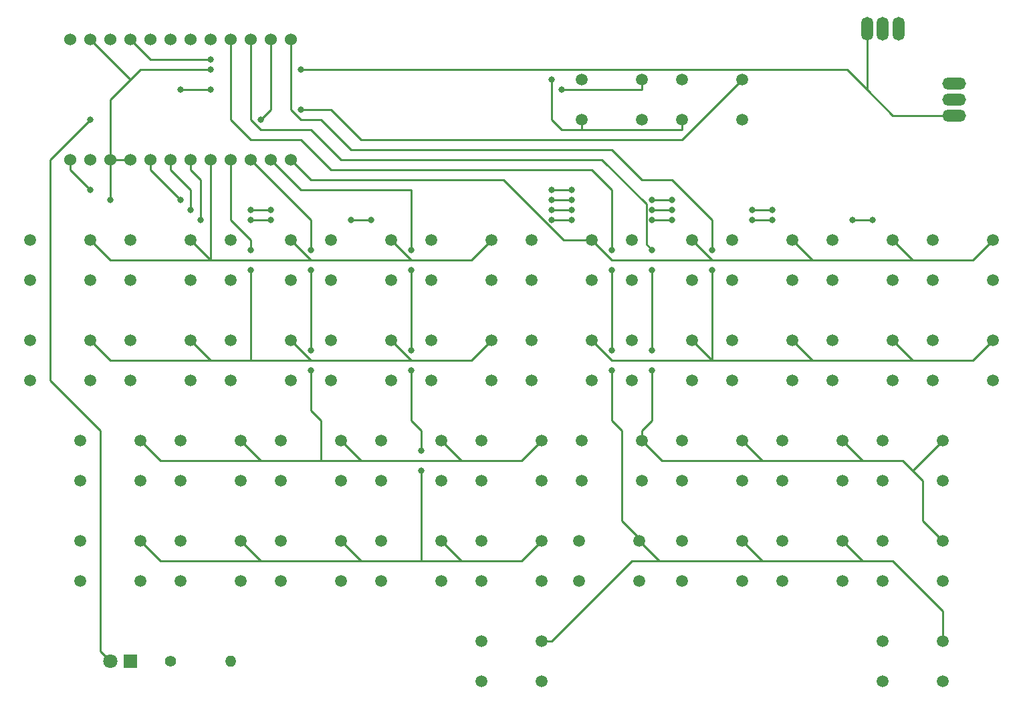
<source format=gbr>
%TF.GenerationSoftware,KiCad,Pcbnew,(6.0.1)*%
%TF.CreationDate,2022-06-29T12:54:24+01:00*%
%TF.ProjectId,Keyboard_mouse,4b657962-6f61-4726-945f-6d6f7573652e,rev?*%
%TF.SameCoordinates,Original*%
%TF.FileFunction,Copper,L2,Bot*%
%TF.FilePolarity,Positive*%
%FSLAX46Y46*%
G04 Gerber Fmt 4.6, Leading zero omitted, Abs format (unit mm)*
G04 Created by KiCad (PCBNEW (6.0.1)) date 2022-06-29 12:54:24*
%MOMM*%
%LPD*%
G01*
G04 APERTURE LIST*
%TA.AperFunction,ComponentPad*%
%ADD10R,1.800000X1.800000*%
%TD*%
%TA.AperFunction,ComponentPad*%
%ADD11C,1.800000*%
%TD*%
%TA.AperFunction,ComponentPad*%
%ADD12C,1.400000*%
%TD*%
%TA.AperFunction,ComponentPad*%
%ADD13O,1.400000X1.400000*%
%TD*%
%TA.AperFunction,ComponentPad*%
%ADD14C,1.500000*%
%TD*%
%TA.AperFunction,ComponentPad*%
%ADD15C,1.524000*%
%TD*%
%TA.AperFunction,ComponentPad*%
%ADD16O,1.500000X3.000000*%
%TD*%
%TA.AperFunction,ComponentPad*%
%ADD17O,3.000000X1.500000*%
%TD*%
%TA.AperFunction,ViaPad*%
%ADD18C,0.800000*%
%TD*%
%TA.AperFunction,Conductor*%
%ADD19C,0.254000*%
%TD*%
G04 APERTURE END LIST*
D10*
%TO.P,D1,1,K*%
%TO.N,Net-(D1-Pad1)*%
X87630000Y-137160000D03*
D11*
%TO.P,D1,2,A*%
%TO.N,/16*%
X85090000Y-137160000D03*
%TD*%
D12*
%TO.P,R1,1*%
%TO.N,Net-(D1-Pad1)*%
X92710000Y-137160000D03*
D13*
%TO.P,R1,2*%
%TO.N,GND*%
X100330000Y-137160000D03*
%TD*%
D14*
%TO.P,SW26,1,1*%
%TO.N,/1*%
X151130000Y-88900000D03*
%TO.P,SW26,2,2*%
%TO.N,/9*%
X158750000Y-83820000D03*
%TO.P,SW26,3,3*%
%TO.N,unconnected-(SW26-Pad3)*%
X158750000Y-88900000D03*
%TO.P,SW26,4,4*%
%TO.N,unconnected-(SW26-Pad4)*%
X151130000Y-83820000D03*
%TD*%
%TO.P,SW22,1,1*%
%TO.N,/0*%
X138430000Y-88900000D03*
%TO.P,SW22,2,2*%
%TO.N,/9*%
X146050000Y-83820000D03*
%TO.P,SW22,3,3*%
%TO.N,unconnected-(SW22-Pad3)*%
X146050000Y-88900000D03*
%TO.P,SW22,4,4*%
%TO.N,unconnected-(SW22-Pad4)*%
X138430000Y-83820000D03*
%TD*%
%TO.P,SW23,1,1*%
%TO.N,/0*%
X138430000Y-101600000D03*
%TO.P,SW23,2,2*%
%TO.N,/10*%
X146050000Y-96520000D03*
%TO.P,SW23,3,3*%
%TO.N,unconnected-(SW23-Pad3)*%
X146050000Y-101600000D03*
%TO.P,SW23,4,4*%
%TO.N,unconnected-(SW23-Pad4)*%
X138430000Y-96520000D03*
%TD*%
%TO.P,SW3,1,1*%
%TO.N,/0*%
X81280000Y-114300000D03*
%TO.P,SW3,2,2*%
%TO.N,/7*%
X88900000Y-109220000D03*
%TO.P,SW3,3,3*%
%TO.N,unconnected-(SW3-Pad3)*%
X88900000Y-114300000D03*
%TO.P,SW3,4,4*%
%TO.N,unconnected-(SW3-Pad4)*%
X81280000Y-109220000D03*
%TD*%
%TO.P,SW42,1,1*%
%TO.N,VCC*%
X157480000Y-68580000D03*
%TO.P,SW42,2,2*%
%TO.N,/RIGHT*%
X165100000Y-63500000D03*
%TO.P,SW42,3,3*%
%TO.N,unconnected-(SW42-Pad3)*%
X165100000Y-68580000D03*
%TO.P,SW42,4,4*%
%TO.N,unconnected-(SW42-Pad4)*%
X157480000Y-63500000D03*
%TD*%
%TO.P,SW27,1,1*%
%TO.N,/1*%
X151130000Y-101600000D03*
%TO.P,SW27,2,2*%
%TO.N,/10*%
X158750000Y-96520000D03*
%TO.P,SW27,3,3*%
%TO.N,unconnected-(SW27-Pad3)*%
X158750000Y-101600000D03*
%TO.P,SW27,4,4*%
%TO.N,unconnected-(SW27-Pad4)*%
X151130000Y-96520000D03*
%TD*%
%TO.P,SW39,1,1*%
%TO.N,/4*%
X189230000Y-88900000D03*
%TO.P,SW39,2,2*%
%TO.N,/9*%
X196850000Y-83820000D03*
%TO.P,SW39,3,3*%
%TO.N,unconnected-(SW39-Pad3)*%
X196850000Y-88900000D03*
%TO.P,SW39,4,4*%
%TO.N,unconnected-(SW39-Pad4)*%
X189230000Y-83820000D03*
%TD*%
%TO.P,SW13,1,1*%
%TO.N,/3*%
X113030000Y-88900000D03*
%TO.P,SW13,2,2*%
%TO.N,/5*%
X120650000Y-83820000D03*
%TO.P,SW13,3,3*%
%TO.N,unconnected-(SW13-Pad3)*%
X120650000Y-88900000D03*
%TO.P,SW13,4,4*%
%TO.N,unconnected-(SW13-Pad4)*%
X113030000Y-83820000D03*
%TD*%
%TO.P,SW10,1,1*%
%TO.N,/2*%
X100330000Y-101600000D03*
%TO.P,SW10,2,2*%
%TO.N,/6*%
X107950000Y-96520000D03*
%TO.P,SW10,3,3*%
%TO.N,unconnected-(SW10-Pad3)*%
X107950000Y-101600000D03*
%TO.P,SW10,4,4*%
%TO.N,unconnected-(SW10-Pad4)*%
X100330000Y-96520000D03*
%TD*%
%TO.P,SW6,1,1*%
%TO.N,/1*%
X87630000Y-101600000D03*
%TO.P,SW6,2,2*%
%TO.N,/6*%
X95250000Y-96520000D03*
%TO.P,SW6,3,3*%
%TO.N,unconnected-(SW6-Pad3)*%
X95250000Y-101600000D03*
%TO.P,SW6,4,4*%
%TO.N,unconnected-(SW6-Pad4)*%
X87630000Y-96520000D03*
%TD*%
%TO.P,SW32,1,1*%
%TO.N,/2*%
X170180000Y-114300000D03*
%TO.P,SW32,2,2*%
%TO.N,/14*%
X177800000Y-109220000D03*
%TO.P,SW32,3,3*%
%TO.N,unconnected-(SW32-Pad3)*%
X177800000Y-114300000D03*
%TO.P,SW32,4,4*%
%TO.N,unconnected-(SW32-Pad4)*%
X170180000Y-109220000D03*
%TD*%
%TO.P,SW24,1,1*%
%TO.N,/0*%
X144780000Y-114300000D03*
%TO.P,SW24,2,2*%
%TO.N,/14*%
X152400000Y-109220000D03*
%TO.P,SW24,3,3*%
%TO.N,unconnected-(SW24-Pad3)*%
X152400000Y-114300000D03*
%TO.P,SW24,4,4*%
%TO.N,unconnected-(SW24-Pad4)*%
X144780000Y-109220000D03*
%TD*%
%TO.P,SW15,1,1*%
%TO.N,/3*%
X119380000Y-114300000D03*
%TO.P,SW15,2,2*%
%TO.N,/7*%
X127000000Y-109220000D03*
%TO.P,SW15,3,3*%
%TO.N,unconnected-(SW15-Pad3)*%
X127000000Y-114300000D03*
%TO.P,SW15,4,4*%
%TO.N,unconnected-(SW15-Pad4)*%
X119380000Y-109220000D03*
%TD*%
%TO.P,SW4,1,1*%
%TO.N,/0*%
X81280000Y-127000000D03*
%TO.P,SW4,2,2*%
%TO.N,/8*%
X88900000Y-121920000D03*
%TO.P,SW4,3,3*%
%TO.N,unconnected-(SW4-Pad3)*%
X88900000Y-127000000D03*
%TO.P,SW4,4,4*%
%TO.N,unconnected-(SW4-Pad4)*%
X81280000Y-121920000D03*
%TD*%
%TO.P,SW16,1,1*%
%TO.N,/3*%
X119380000Y-127000000D03*
%TO.P,SW16,2,2*%
%TO.N,/8*%
X127000000Y-121920000D03*
%TO.P,SW16,3,3*%
%TO.N,unconnected-(SW16-Pad3)*%
X127000000Y-127000000D03*
%TO.P,SW16,4,4*%
%TO.N,unconnected-(SW16-Pad4)*%
X119380000Y-121920000D03*
%TD*%
%TO.P,SW41,1,1*%
%TO.N,VCC*%
X144780000Y-68580000D03*
%TO.P,SW41,2,2*%
%TO.N,/LEFT*%
X152400000Y-63500000D03*
%TO.P,SW41,3,3*%
%TO.N,unconnected-(SW41-Pad3)*%
X152400000Y-68580000D03*
%TO.P,SW41,4,4*%
%TO.N,unconnected-(SW41-Pad4)*%
X144780000Y-63500000D03*
%TD*%
%TO.P,SW28,1,1*%
%TO.N,/1*%
X157480000Y-114300000D03*
%TO.P,SW28,2,2*%
%TO.N,/14*%
X165100000Y-109220000D03*
%TO.P,SW28,3,3*%
%TO.N,unconnected-(SW28-Pad3)*%
X165100000Y-114300000D03*
%TO.P,SW28,4,4*%
%TO.N,unconnected-(SW28-Pad4)*%
X157480000Y-109220000D03*
%TD*%
D15*
%TO.P,A1,0,RX1*%
%TO.N,/0*%
X82550000Y-73660000D03*
%TO.P,A1,1,TX0*%
%TO.N,/1*%
X80010000Y-73660000D03*
%TO.P,A1,2,2*%
%TO.N,/2*%
X90170000Y-73660000D03*
%TO.P,A1,3,3*%
%TO.N,/3*%
X92710000Y-73660000D03*
%TO.P,A1,4,4*%
%TO.N,/4*%
X95250000Y-73660000D03*
%TO.P,A1,5,5*%
%TO.N,/5*%
X97790000Y-73660000D03*
%TO.P,A1,6,6*%
%TO.N,/6*%
X100330000Y-73660000D03*
%TO.P,A1,7,7*%
%TO.N,/7*%
X102870000Y-73660000D03*
%TO.P,A1,8,8*%
%TO.N,/8*%
X105410000Y-73660000D03*
%TO.P,A1,9,9*%
%TO.N,/9*%
X107950000Y-73660000D03*
%TO.P,A1,10,10*%
%TO.N,/10*%
X107950000Y-58420000D03*
%TO.P,A1,11,GND*%
%TO.N,GND*%
X85090000Y-73660000D03*
%TO.P,A1,12,GND*%
X87630000Y-73660000D03*
%TO.P,A1,14,14*%
%TO.N,/14*%
X102870000Y-58420000D03*
%TO.P,A1,15,15*%
%TO.N,/15*%
X100330000Y-58420000D03*
%TO.P,A1,16,16*%
%TO.N,/16*%
X105410000Y-58420000D03*
%TO.P,A1,18,A0*%
%TO.N,/X*%
X97790000Y-58420000D03*
%TO.P,A1,19,A1*%
%TO.N,/Y*%
X95250000Y-58420000D03*
%TO.P,A1,20,A2*%
%TO.N,/LEFT*%
X92710000Y-58420000D03*
%TO.P,A1,21,A3*%
%TO.N,/RIGHT*%
X90170000Y-58420000D03*
%TO.P,A1,22,VCC*%
%TO.N,VCC*%
X87630000Y-58420000D03*
%TO.P,A1,23,RST*%
%TO.N,unconnected-(A1-Pad23)*%
X85090000Y-58420000D03*
%TO.P,A1,24,GND*%
%TO.N,GND*%
X82550000Y-58420000D03*
%TO.P,A1,25,RAW*%
%TO.N,unconnected-(A1-Pad25)*%
X80010000Y-58420000D03*
%TD*%
D14*
%TO.P,SW14,1,1*%
%TO.N,/3*%
X113030000Y-101600000D03*
%TO.P,SW14,2,2*%
%TO.N,/6*%
X120650000Y-96520000D03*
%TO.P,SW14,3,3*%
%TO.N,unconnected-(SW14-Pad3)*%
X120650000Y-101600000D03*
%TO.P,SW14,4,4*%
%TO.N,unconnected-(SW14-Pad4)*%
X113030000Y-96520000D03*
%TD*%
%TO.P,SW12,1,1*%
%TO.N,/2*%
X106680000Y-127000000D03*
%TO.P,SW12,2,2*%
%TO.N,/8*%
X114300000Y-121920000D03*
%TO.P,SW12,3,3*%
%TO.N,unconnected-(SW12-Pad3)*%
X114300000Y-127000000D03*
%TO.P,SW12,4,4*%
%TO.N,unconnected-(SW12-Pad4)*%
X106680000Y-121920000D03*
%TD*%
%TO.P,SW40,1,1*%
%TO.N,/4*%
X189230000Y-101600000D03*
%TO.P,SW40,2,2*%
%TO.N,/10*%
X196850000Y-96520000D03*
%TO.P,SW40,3,3*%
%TO.N,unconnected-(SW40-Pad3)*%
X196850000Y-101600000D03*
%TO.P,SW40,4,4*%
%TO.N,unconnected-(SW40-Pad4)*%
X189230000Y-96520000D03*
%TD*%
D16*
%TO.P,VR1,1,GND*%
%TO.N,GND*%
X180880000Y-57040000D03*
%TO.P,VR1,2,X*%
%TO.N,/X*%
X182880000Y-57040000D03*
%TO.P,VR1,3,VCC*%
%TO.N,VCC*%
X184880000Y-57040000D03*
D17*
%TO.P,VR1,4,VCC*%
X191880000Y-64040000D03*
%TO.P,VR1,5,Y*%
%TO.N,/Y*%
X191880000Y-66040000D03*
%TO.P,VR1,6,GND*%
%TO.N,GND*%
X191880000Y-68040000D03*
%TD*%
D14*
%TO.P,SW31,1,1*%
%TO.N,/2*%
X163830000Y-101600000D03*
%TO.P,SW31,2,2*%
%TO.N,/10*%
X171450000Y-96520000D03*
%TO.P,SW31,3,3*%
%TO.N,unconnected-(SW31-Pad3)*%
X171450000Y-101600000D03*
%TO.P,SW31,4,4*%
%TO.N,unconnected-(SW31-Pad4)*%
X163830000Y-96520000D03*
%TD*%
%TO.P,SW9,1,1*%
%TO.N,/2*%
X100330000Y-88900000D03*
%TO.P,SW9,2,2*%
%TO.N,/5*%
X107950000Y-83820000D03*
%TO.P,SW9,3,3*%
%TO.N,unconnected-(SW9-Pad3)*%
X107950000Y-88900000D03*
%TO.P,SW9,4,4*%
%TO.N,unconnected-(SW9-Pad4)*%
X100330000Y-83820000D03*
%TD*%
%TO.P,SW38,1,1*%
%TO.N,/4*%
X182880000Y-139700000D03*
%TO.P,SW38,2,2*%
%TO.N,/15*%
X190500000Y-134620000D03*
%TO.P,SW38,3,3*%
%TO.N,unconnected-(SW38-Pad3)*%
X190500000Y-139700000D03*
%TO.P,SW38,4,4*%
%TO.N,unconnected-(SW38-Pad4)*%
X182880000Y-134620000D03*
%TD*%
%TO.P,SW36,1,1*%
%TO.N,/3*%
X182880000Y-114300000D03*
%TO.P,SW36,2,2*%
%TO.N,/14*%
X190500000Y-109220000D03*
%TO.P,SW36,3,3*%
%TO.N,unconnected-(SW36-Pad3)*%
X190500000Y-114300000D03*
%TO.P,SW36,4,4*%
%TO.N,unconnected-(SW36-Pad4)*%
X182880000Y-109220000D03*
%TD*%
%TO.P,SW17,1,1*%
%TO.N,/4*%
X125730000Y-88900000D03*
%TO.P,SW17,2,2*%
%TO.N,/5*%
X133350000Y-83820000D03*
%TO.P,SW17,3,3*%
%TO.N,unconnected-(SW17-Pad3)*%
X133350000Y-88900000D03*
%TO.P,SW17,4,4*%
%TO.N,unconnected-(SW17-Pad4)*%
X125730000Y-83820000D03*
%TD*%
%TO.P,SW8,1,1*%
%TO.N,/1*%
X93980000Y-127000000D03*
%TO.P,SW8,2,2*%
%TO.N,/8*%
X101600000Y-121920000D03*
%TO.P,SW8,3,3*%
%TO.N,unconnected-(SW8-Pad3)*%
X101600000Y-127000000D03*
%TO.P,SW8,4,4*%
%TO.N,unconnected-(SW8-Pad4)*%
X93980000Y-121920000D03*
%TD*%
%TO.P,SW20,1,1*%
%TO.N,/4*%
X132080000Y-127000000D03*
%TO.P,SW20,2,2*%
%TO.N,/8*%
X139700000Y-121920000D03*
%TO.P,SW20,3,3*%
%TO.N,unconnected-(SW20-Pad3)*%
X139700000Y-127000000D03*
%TO.P,SW20,4,4*%
%TO.N,unconnected-(SW20-Pad4)*%
X132080000Y-121920000D03*
%TD*%
%TO.P,SW2,1,1*%
%TO.N,/0*%
X74930000Y-101600000D03*
%TO.P,SW2,2,2*%
%TO.N,/6*%
X82550000Y-96520000D03*
%TO.P,SW2,3,3*%
%TO.N,unconnected-(SW2-Pad3)*%
X82550000Y-101600000D03*
%TO.P,SW2,4,4*%
%TO.N,unconnected-(SW2-Pad4)*%
X74930000Y-96520000D03*
%TD*%
%TO.P,SW33,1,1*%
%TO.N,/3*%
X170180000Y-127000000D03*
%TO.P,SW33,2,2*%
%TO.N,/15*%
X177800000Y-121920000D03*
%TO.P,SW33,3,3*%
%TO.N,unconnected-(SW33-Pad3)*%
X177800000Y-127000000D03*
%TO.P,SW33,4,4*%
%TO.N,unconnected-(SW33-Pad4)*%
X170180000Y-121920000D03*
%TD*%
%TO.P,SW7,1,1*%
%TO.N,/1*%
X93980000Y-114300000D03*
%TO.P,SW7,2,2*%
%TO.N,/7*%
X101600000Y-109220000D03*
%TO.P,SW7,3,3*%
%TO.N,unconnected-(SW7-Pad3)*%
X101600000Y-114300000D03*
%TO.P,SW7,4,4*%
%TO.N,unconnected-(SW7-Pad4)*%
X93980000Y-109220000D03*
%TD*%
%TO.P,SW18,1,1*%
%TO.N,/4*%
X125730000Y-101600000D03*
%TO.P,SW18,2,2*%
%TO.N,/6*%
X133350000Y-96520000D03*
%TO.P,SW18,3,3*%
%TO.N,unconnected-(SW18-Pad3)*%
X133350000Y-101600000D03*
%TO.P,SW18,4,4*%
%TO.N,unconnected-(SW18-Pad4)*%
X125730000Y-96520000D03*
%TD*%
%TO.P,SW1,1,1*%
%TO.N,/0*%
X74930000Y-88900000D03*
%TO.P,SW1,2,2*%
%TO.N,/5*%
X82550000Y-83820000D03*
%TO.P,SW1,3,3*%
%TO.N,unconnected-(SW1-Pad3)*%
X82550000Y-88900000D03*
%TO.P,SW1,4,4*%
%TO.N,unconnected-(SW1-Pad4)*%
X74930000Y-83820000D03*
%TD*%
%TO.P,SW29,1,1*%
%TO.N,/2*%
X157480000Y-127000000D03*
%TO.P,SW29,2,2*%
%TO.N,/15*%
X165100000Y-121920000D03*
%TO.P,SW29,3,3*%
%TO.N,unconnected-(SW29-Pad3)*%
X165100000Y-127000000D03*
%TO.P,SW29,4,4*%
%TO.N,unconnected-(SW29-Pad4)*%
X157480000Y-121920000D03*
%TD*%
%TO.P,SW25,1,1*%
%TO.N,/1*%
X144440000Y-127000000D03*
%TO.P,SW25,2,2*%
%TO.N,/15*%
X152060000Y-121920000D03*
%TO.P,SW25,3,3*%
%TO.N,unconnected-(SW25-Pad3)*%
X152060000Y-127000000D03*
%TO.P,SW25,4,4*%
%TO.N,unconnected-(SW25-Pad4)*%
X144440000Y-121920000D03*
%TD*%
%TO.P,SW19,1,1*%
%TO.N,/4*%
X132080000Y-114300000D03*
%TO.P,SW19,2,2*%
%TO.N,/7*%
X139700000Y-109220000D03*
%TO.P,SW19,3,3*%
%TO.N,unconnected-(SW19-Pad3)*%
X139700000Y-114300000D03*
%TO.P,SW19,4,4*%
%TO.N,unconnected-(SW19-Pad4)*%
X132080000Y-109220000D03*
%TD*%
%TO.P,SW21,1,1*%
%TO.N,/0*%
X132080000Y-139700000D03*
%TO.P,SW21,2,2*%
%TO.N,/15*%
X139700000Y-134620000D03*
%TO.P,SW21,3,3*%
%TO.N,unconnected-(SW21-Pad3)*%
X139700000Y-139700000D03*
%TO.P,SW21,4,4*%
%TO.N,unconnected-(SW21-Pad4)*%
X132080000Y-134620000D03*
%TD*%
%TO.P,SW35,1,1*%
%TO.N,/3*%
X176530000Y-101600000D03*
%TO.P,SW35,2,2*%
%TO.N,/10*%
X184150000Y-96520000D03*
%TO.P,SW35,3,3*%
%TO.N,unconnected-(SW35-Pad3)*%
X184150000Y-101600000D03*
%TO.P,SW35,4,4*%
%TO.N,unconnected-(SW35-Pad4)*%
X176530000Y-96520000D03*
%TD*%
%TO.P,SW37,1,1*%
%TO.N,/4*%
X182880000Y-127000000D03*
%TO.P,SW37,2,2*%
%TO.N,/14*%
X190500000Y-121920000D03*
%TO.P,SW37,3,3*%
%TO.N,unconnected-(SW37-Pad3)*%
X190500000Y-127000000D03*
%TO.P,SW37,4,4*%
%TO.N,unconnected-(SW37-Pad4)*%
X182880000Y-121920000D03*
%TD*%
%TO.P,SW11,1,1*%
%TO.N,/2*%
X106680000Y-114300000D03*
%TO.P,SW11,2,2*%
%TO.N,/7*%
X114300000Y-109220000D03*
%TO.P,SW11,3,3*%
%TO.N,unconnected-(SW11-Pad3)*%
X114300000Y-114300000D03*
%TO.P,SW11,4,4*%
%TO.N,unconnected-(SW11-Pad4)*%
X106680000Y-109220000D03*
%TD*%
%TO.P,SW30,1,1*%
%TO.N,/2*%
X163830000Y-88900000D03*
%TO.P,SW30,2,2*%
%TO.N,/9*%
X171450000Y-83820000D03*
%TO.P,SW30,3,3*%
%TO.N,unconnected-(SW30-Pad3)*%
X171450000Y-88900000D03*
%TO.P,SW30,4,4*%
%TO.N,unconnected-(SW30-Pad4)*%
X163830000Y-83820000D03*
%TD*%
%TO.P,SW5,1,1*%
%TO.N,/1*%
X87630000Y-88900000D03*
%TO.P,SW5,2,2*%
%TO.N,/5*%
X95250000Y-83820000D03*
%TO.P,SW5,3,3*%
%TO.N,unconnected-(SW5-Pad3)*%
X95250000Y-88900000D03*
%TO.P,SW5,4,4*%
%TO.N,unconnected-(SW5-Pad4)*%
X87630000Y-83820000D03*
%TD*%
%TO.P,SW34,1,1*%
%TO.N,/3*%
X176530000Y-88900000D03*
%TO.P,SW34,2,2*%
%TO.N,/9*%
X184150000Y-83820000D03*
%TO.P,SW34,3,3*%
%TO.N,unconnected-(SW34-Pad3)*%
X184150000Y-88900000D03*
%TO.P,SW34,4,4*%
%TO.N,unconnected-(SW34-Pad4)*%
X176530000Y-83820000D03*
%TD*%
D18*
%TO.N,GND*%
X97790000Y-62230000D03*
X85090000Y-78740000D03*
X109220000Y-62230000D03*
%TO.N,VCC*%
X140970000Y-63500000D03*
X97790000Y-60960000D03*
%TO.N,/7*%
X110490000Y-85090000D03*
X110490000Y-97790000D03*
X110490000Y-100330000D03*
X110490000Y-87630000D03*
%TO.N,/6*%
X102870000Y-87630000D03*
X102870000Y-85090000D03*
%TO.N,/1*%
X82550000Y-77470000D03*
X140970000Y-77470000D03*
X143510000Y-77470000D03*
%TO.N,/8*%
X123190000Y-100330000D03*
X123190000Y-85090000D03*
X124460000Y-113030000D03*
X124460000Y-110490000D03*
X123190000Y-87630000D03*
X123190000Y-97790000D03*
%TO.N,/4*%
X115570000Y-81280000D03*
X143510000Y-81280000D03*
X166370000Y-81280000D03*
X118110000Y-81280000D03*
X140970000Y-81280000D03*
X179070000Y-81280000D03*
X168910000Y-81280000D03*
X96520000Y-81280000D03*
X181610000Y-81280000D03*
X102870000Y-81280000D03*
X153670000Y-81280000D03*
X156210000Y-81280000D03*
X105410000Y-81280000D03*
%TO.N,/10*%
X161290000Y-85090000D03*
X161290000Y-87630000D03*
%TO.N,/2*%
X140970000Y-78740000D03*
X93980000Y-78740000D03*
X153670000Y-78740000D03*
X156210000Y-78740000D03*
X143510000Y-78740000D03*
%TO.N,/3*%
X166370000Y-80010000D03*
X156210000Y-80010000D03*
X95250000Y-80010000D03*
X105410000Y-80010000D03*
X102870000Y-80010000D03*
X143510000Y-80010000D03*
X168910000Y-80010000D03*
X153670000Y-80010000D03*
X140970000Y-80010000D03*
%TO.N,/14*%
X153670000Y-97790000D03*
X153670000Y-85090000D03*
X153670000Y-87630000D03*
X153670000Y-100330000D03*
%TO.N,/15*%
X148590000Y-87630000D03*
X148590000Y-100330000D03*
X148590000Y-97790000D03*
X148590000Y-85090000D03*
%TO.N,/16*%
X104140000Y-68580000D03*
X82550000Y-68580000D03*
%TO.N,/LEFT*%
X93980000Y-64770000D03*
X97790000Y-64770000D03*
X142240000Y-64770000D03*
%TO.N,/RIGHT*%
X109220000Y-67310000D03*
%TD*%
D19*
%TO.N,GND*%
X109220000Y-62230000D02*
X178340000Y-62230000D01*
X191880000Y-68040000D02*
X184150000Y-68040000D01*
X87630000Y-63500000D02*
X85090000Y-66040000D01*
X85090000Y-66040000D02*
X85090000Y-73660000D01*
X184150000Y-68040000D02*
X180880000Y-64770000D01*
X88900000Y-62230000D02*
X87630000Y-63500000D01*
X82550000Y-58420000D02*
X87630000Y-63500000D01*
X180880000Y-57040000D02*
X180880000Y-64770000D01*
X178340000Y-62230000D02*
X180880000Y-64770000D01*
X85090000Y-73660000D02*
X87630000Y-73660000D01*
X85090000Y-78740000D02*
X85090000Y-73660000D01*
X97790000Y-62230000D02*
X88900000Y-62230000D01*
%TO.N,VCC*%
X142240000Y-69850000D02*
X144780000Y-69850000D01*
X97790000Y-60960000D02*
X90170000Y-60960000D01*
X140970000Y-68580000D02*
X142240000Y-69850000D01*
X90170000Y-60960000D02*
X87630000Y-58420000D01*
X144780000Y-69850000D02*
X157480000Y-69850000D01*
X157480000Y-69850000D02*
X157480000Y-68580000D01*
X144780000Y-68580000D02*
X144780000Y-69850000D01*
X140970000Y-63500000D02*
X140970000Y-68580000D01*
%TO.N,/7*%
X102870000Y-73660000D02*
X110490000Y-81280000D01*
X111760000Y-111760000D02*
X137160000Y-111760000D01*
X88900000Y-109220000D02*
X91440000Y-111760000D01*
X101600000Y-109220000D02*
X104140000Y-111760000D01*
X110490000Y-105410000D02*
X111760000Y-106680000D01*
X110490000Y-100330000D02*
X110490000Y-105410000D01*
X91440000Y-111760000D02*
X111760000Y-111760000D01*
X114300000Y-109220000D02*
X116840000Y-111760000D01*
X111760000Y-106680000D02*
X111760000Y-111760000D01*
X110490000Y-81280000D02*
X110490000Y-85090000D01*
X127000000Y-109220000D02*
X129540000Y-111760000D01*
X110490000Y-87630000D02*
X110490000Y-97790000D01*
X137160000Y-111760000D02*
X139700000Y-109220000D01*
%TO.N,/5*%
X85090000Y-86360000D02*
X82550000Y-83820000D01*
X133350000Y-83820000D02*
X130810000Y-86360000D01*
X95250000Y-83820000D02*
X97790000Y-86360000D01*
X97790000Y-73660000D02*
X97790000Y-86360000D01*
X107950000Y-83820000D02*
X110490000Y-86360000D01*
X130810000Y-86360000D02*
X85090000Y-86360000D01*
X120650000Y-83820000D02*
X123190000Y-86360000D01*
%TO.N,/6*%
X107950000Y-96520000D02*
X110490000Y-99060000D01*
X102870000Y-87630000D02*
X102870000Y-99060000D01*
X120650000Y-96520000D02*
X123190000Y-99060000D01*
X100330000Y-81280000D02*
X102870000Y-83820000D01*
X95250000Y-96520000D02*
X97790000Y-99060000D01*
X85090000Y-99060000D02*
X130810000Y-99060000D01*
X82550000Y-96520000D02*
X85090000Y-99060000D01*
X100330000Y-73660000D02*
X100330000Y-81280000D01*
X130810000Y-99060000D02*
X133350000Y-96520000D01*
X102870000Y-83820000D02*
X102870000Y-85090000D01*
%TO.N,/1*%
X80010000Y-74930000D02*
X82550000Y-77470000D01*
X140970000Y-77470000D02*
X143510000Y-77470000D01*
X80010000Y-73660000D02*
X80010000Y-74930000D01*
%TO.N,/8*%
X127000000Y-121920000D02*
X129540000Y-124460000D01*
X124460000Y-124460000D02*
X137160000Y-124460000D01*
X114300000Y-121920000D02*
X116840000Y-124460000D01*
X123190000Y-87630000D02*
X123190000Y-97790000D01*
X124460000Y-107950000D02*
X124460000Y-110490000D01*
X101600000Y-121920000D02*
X104140000Y-124460000D01*
X123190000Y-100330000D02*
X123190000Y-106680000D01*
X109220000Y-77470000D02*
X123190000Y-77470000D01*
X123190000Y-77470000D02*
X123190000Y-85090000D01*
X123190000Y-106680000D02*
X124460000Y-107950000D01*
X88900000Y-121920000D02*
X91440000Y-124460000D01*
X91440000Y-124460000D02*
X124460000Y-124460000D01*
X105410000Y-73660000D02*
X109220000Y-77470000D01*
X124460000Y-113030000D02*
X124460000Y-124460000D01*
X137160000Y-124460000D02*
X139700000Y-121920000D01*
%TO.N,/4*%
X96520000Y-76200000D02*
X96520000Y-81280000D01*
X115570000Y-81280000D02*
X118110000Y-81280000D01*
X95250000Y-74930000D02*
X96520000Y-76200000D01*
X179070000Y-81280000D02*
X181610000Y-81280000D01*
X153670000Y-81280000D02*
X156210000Y-81280000D01*
X95250000Y-73660000D02*
X95250000Y-74930000D01*
X166370000Y-81280000D02*
X168910000Y-81280000D01*
X140970000Y-81280000D02*
X143510000Y-81280000D01*
X102870000Y-81280000D02*
X105410000Y-81280000D01*
%TO.N,/10*%
X148590000Y-72390000D02*
X152400000Y-76200000D01*
X161290000Y-87630000D02*
X161290000Y-99060000D01*
X171450000Y-96520000D02*
X173990000Y-99060000D01*
X115570000Y-72390000D02*
X148590000Y-72390000D01*
X161290000Y-99060000D02*
X194310000Y-99060000D01*
X156210000Y-76200000D02*
X161290000Y-81280000D01*
X109220000Y-68580000D02*
X111760000Y-68580000D01*
X148590000Y-99060000D02*
X158750000Y-99060000D01*
X184150000Y-96520000D02*
X186690000Y-99060000D01*
X161290000Y-81280000D02*
X161290000Y-83820000D01*
X158750000Y-99060000D02*
X161290000Y-99060000D01*
X107950000Y-67310000D02*
X109220000Y-68580000D01*
X107950000Y-58420000D02*
X107950000Y-67310000D01*
X194310000Y-99060000D02*
X196850000Y-96520000D01*
X152400000Y-76200000D02*
X156210000Y-76200000D01*
X158750000Y-96520000D02*
X161290000Y-99060000D01*
X161290000Y-83820000D02*
X161290000Y-85090000D01*
X111760000Y-68580000D02*
X115570000Y-72390000D01*
X146050000Y-96520000D02*
X148590000Y-99060000D01*
%TO.N,/2*%
X90170000Y-74930000D02*
X90170000Y-73660000D01*
X140970000Y-78740000D02*
X143510000Y-78740000D01*
X153670000Y-78740000D02*
X156210000Y-78740000D01*
X93980000Y-78740000D02*
X90170000Y-74930000D01*
%TO.N,/3*%
X166370000Y-80010000D02*
X168910000Y-80010000D01*
X153670000Y-80010000D02*
X156210000Y-80010000D01*
X140970000Y-80010000D02*
X143510000Y-80010000D01*
X95250000Y-77470000D02*
X95250000Y-80010000D01*
X92710000Y-73660000D02*
X92710000Y-74930000D01*
X102870000Y-80010000D02*
X105410000Y-80010000D01*
X92710000Y-74930000D02*
X95250000Y-77470000D01*
%TO.N,/9*%
X194310000Y-86360000D02*
X196850000Y-83820000D01*
X142478032Y-83820000D02*
X146050000Y-83820000D01*
X158750000Y-83820000D02*
X161290000Y-86360000D01*
X146050000Y-83820000D02*
X148590000Y-86360000D01*
X184150000Y-83820000D02*
X186690000Y-86360000D01*
X110490000Y-76200000D02*
X134858032Y-76200000D01*
X107950000Y-73660000D02*
X110490000Y-76200000D01*
X171450000Y-83820000D02*
X173990000Y-86360000D01*
X148590000Y-86360000D02*
X194310000Y-86360000D01*
X134858032Y-76200000D02*
X142478032Y-83820000D01*
%TO.N,/14*%
X153670000Y-97790000D02*
X153670000Y-87630000D01*
X165100000Y-109220000D02*
X167640000Y-111760000D01*
X102870000Y-58420000D02*
X102870000Y-68580000D01*
X187960000Y-119380000D02*
X190500000Y-121920000D01*
X154940000Y-111760000D02*
X185420000Y-111760000D01*
X114300000Y-73660000D02*
X147320000Y-73660000D01*
X153670000Y-85090000D02*
X152940289Y-84360289D01*
X147320000Y-73660000D02*
X152940289Y-79280289D01*
X153670000Y-100330000D02*
X153670000Y-106680000D01*
X190500000Y-109220000D02*
X186690000Y-113030000D01*
X153670000Y-106680000D02*
X152400000Y-107950000D01*
X152400000Y-107950000D02*
X152400000Y-109220000D01*
X185420000Y-111760000D02*
X187960000Y-114300000D01*
X110490000Y-69850000D02*
X114300000Y-73660000D01*
X102870000Y-68580000D02*
X104140000Y-69850000D01*
X104140000Y-69850000D02*
X110490000Y-69850000D01*
X152940289Y-84360289D02*
X152940289Y-79280289D01*
X152400000Y-109220000D02*
X154940000Y-111760000D01*
X177800000Y-109220000D02*
X180340000Y-111760000D01*
X187960000Y-114300000D02*
X187960000Y-119380000D01*
%TO.N,/15*%
X140970000Y-134620000D02*
X151130000Y-124460000D01*
X148590000Y-77470000D02*
X148590000Y-85090000D01*
X146050000Y-74930000D02*
X148590000Y-77470000D01*
X149860000Y-107950000D02*
X149860000Y-119380000D01*
X113030000Y-74930000D02*
X146050000Y-74930000D01*
X148590000Y-106680000D02*
X149860000Y-107950000D01*
X148590000Y-100330000D02*
X148590000Y-106680000D01*
X154600000Y-124460000D02*
X152060000Y-124460000D01*
X100330000Y-68580000D02*
X102870000Y-71120000D01*
X180340000Y-124460000D02*
X177800000Y-121920000D01*
X184150000Y-124460000D02*
X190500000Y-130810000D01*
X152060000Y-121580000D02*
X152060000Y-121920000D01*
X149860000Y-119380000D02*
X152060000Y-121580000D01*
X167640000Y-124460000D02*
X165100000Y-121920000D01*
X152060000Y-121920000D02*
X154600000Y-124460000D01*
X109220000Y-71120000D02*
X113030000Y-74930000D01*
X148590000Y-87630000D02*
X148590000Y-97790000D01*
X100330000Y-58420000D02*
X100330000Y-68580000D01*
X139700000Y-134620000D02*
X140970000Y-134620000D01*
X102870000Y-71120000D02*
X109220000Y-71120000D01*
X190500000Y-130810000D02*
X190500000Y-134620000D01*
X151130000Y-124460000D02*
X184150000Y-124460000D01*
%TO.N,/16*%
X83820000Y-107950000D02*
X83820000Y-135890000D01*
X83820000Y-135890000D02*
X85090000Y-137160000D01*
X82550000Y-68580000D02*
X77470000Y-73660000D01*
X105410000Y-67310000D02*
X104140000Y-68580000D01*
X105410000Y-58420000D02*
X105410000Y-67310000D01*
X77470000Y-73660000D02*
X77470000Y-101600000D01*
X77470000Y-101600000D02*
X83820000Y-107950000D01*
%TO.N,/LEFT*%
X152400000Y-64770000D02*
X142240000Y-64770000D01*
X152400000Y-63500000D02*
X152400000Y-64770000D01*
X97790000Y-64770000D02*
X93980000Y-64770000D01*
%TO.N,/RIGHT*%
X113030000Y-67310000D02*
X109220000Y-67310000D01*
X157480000Y-71120000D02*
X116840000Y-71120000D01*
X165100000Y-63500000D02*
X157480000Y-71120000D01*
X116840000Y-71120000D02*
X113030000Y-67310000D01*
%TD*%
M02*

</source>
